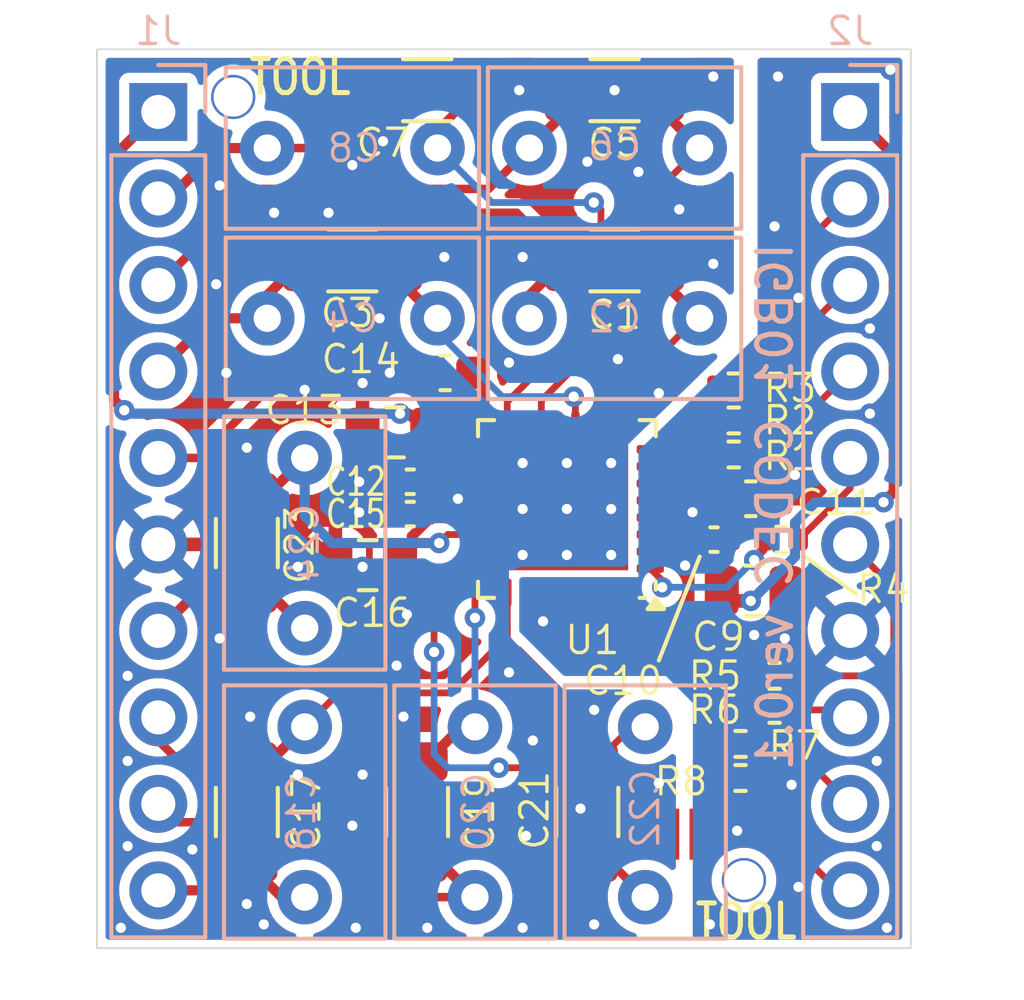
<source format=kicad_pcb>
(kicad_pcb (version 20241229) (generator "pcbnew") (generator_version "9.0")
  (layers (0 "F.Cu" signal) (2 "B.Cu" signal) (13 "F.Paste" user) (15 "B.Paste" user) (5 "F.SilkS" user "F.Silkscreen") (7 "B.SilkS" user "B.Silkscreen") (1 "F.Mask" user) (3 "B.Mask" user) (25 "Edge.Cuts" user))
  (net 0 "")
  (net 1 "GNDA")
  (net 2 "Net-(U1-IN4P)")
  (net 3 "Net-(U1-IN3P)")
  (net 4 "/IN2R")
  (net 5 "Net-(U1-IN2P)")
  (net 6 "/IN2L")
  (net 7 "Net-(U1-IN1P)")
  (net 9 "/IN1R")
  (net 12 "/IN1L")
  (net 14 "Net-(U1-AVDRV)")
  (net 15 "GND")
  (net 16 "+3.3V")
  (net 17 "/OUT2R")
  (net 18 "Net-(U1-AOUT2R)")
  (net 19 "/OUT2L")
  (net 20 "Net-(U1-AOUT2L)")
  (net 21 "Net-(U1-AOUT1R)")
  (net 22 "/OUT1R")
  (net 23 "/OUT1L")
  (net 24 "Net-(U1-AOUT1L)")
  (net 25 "Net-(U1-VREFH)")
  (net 26 "Net-(U1-VCOM)")
  (net 27 "+3.3VA")
  (net 28 "/MCLK")
  (net 29 "/LRCK")
  (net 30 "/BICK")
  (net 31 "/SDIN")
  (net 32 "/SDOUT")
  (net 33 "/SDA")
  (net 34 "/PDN")
  (net 35 "/SCL")
  (net 36 "Net-(U1-LRCK)")
  (net 37 "Net-(U1-BICK)")
  (net 38 "Net-(U1-MCLK)")
  (net 39 "Net-(U1-SDIN1)")
  (net 40 "Net-(U1-SDOUT1)")
  (net 41 "Net-(U1-SDA{slash}MISO)")
  (net 42 "Net-(U1-SCL{slash}SCLK)")
  (net 43 "Net-(U1-PDN)")
  (footprint "Capacitor_SMD:C_1206_3216Metric" (layer "F.Cu") (at 54.4 72.4 -90)
    (property "Reference" "C17" (at 0 -1.75 90) (layer "F.SilkS") (effects (font (size 0.8 0.8) (thickness 0.1))))
    (property "Value" "1u_SMD")
    (pad "1" smd roundrect (at -1.475 0 270) (size 1.15 1.8) (layers "F.Cu" "F.Mask" "F.Paste") (roundrect_rratio 0.217391) (net 18 "Net-(U1-AOUT2R)"))
    (pad "2" smd roundrect (at 1.475 0 270) (size 1.15 1.8) (layers "F.Cu" "F.Mask" "F.Paste") (roundrect_rratio 0.217391) (net 17 "/OUT2R"))
  )
  (footprint "Capacitor_SMD:C_1206_3216Metric" (layer "F.Cu") (at 59.7 51.2)
    (property "Reference" "C7" (at -1.3 1.55 0) (layer "F.SilkS") (effects (font (size 0.8 0.8) (thickness 0.1))))
    (property "Value" "1u_SMD")
    (pad "1" smd roundrect (at -1.475 0) (size 1.15 1.8) (layers "F.Cu" "F.Mask" "F.Paste") (roundrect_rratio 0.217391) (net 12 "/IN1L"))
    (pad "2" smd roundrect (at 1.475 0) (size 1.15 1.8) (layers "F.Cu" "F.Mask" "F.Paste") (roundrect_rratio 0.217391) (net 7 "Net-(U1-IN1P)"))
  )
  (footprint "Capacitor_SMD:C_0402_1005Metric" (layer "F.Cu") (at 68.12 64.4)
    (property "Reference" "C10" (at -2.67 4.15 180) (layer "F.SilkS") (effects (font (size 0.8 0.8) (thickness 0.1))))
    (property "Value" "100n")
    (pad "1" smd roundrect (at -0.48 0) (size 0.56 0.62) (layers "F.Cu" "F.Mask" "F.Paste") (net 16 "+3.3V"))
    (pad "2" smd roundrect (at 0.48 0) (size 0.56 0.62) (layers "F.Cu" "F.Mask" "F.Paste") (net 15 "GND"))
  )
  (footprint "Capacitor_SMD:C_0603_1608Metric" (layer "F.Cu") (at 60.225 59.5 180)
    (property "Reference" "C14" (at 2.475 0.4 0) (layer "F.SilkS") (effects (font (size 0.8 0.8) (thickness 0.1))))
    (property "Value" "2.2u")
    (pad "1" smd roundrect (at -0.775 0 180) (size 0.9 0.95) (layers "F.Cu" "F.Mask" "F.Paste") (net 26 "Net-(U1-VCOM)"))
    (pad "2" smd roundrect (at 0.775 0 180) (size 0.9 0.95) (layers "F.Cu" "F.Mask" "F.Paste") (net 1 "GNDA"))
  )
  (footprint "Capacitor_SMD:C_0805_2012Metric" (layer "F.Cu") (at 69.3 65.9)
    (property "Reference" "C9" (at -1.05 1.35 0) (layer "F.SilkS") (effects (font (size 0.8 0.8) (thickness 0.1))))
    (property "Value" "22u")
    (pad "1" smd roundrect (at -0.95 0) (size 1 1.45) (layers "F.Cu" "F.Mask" "F.Paste") (net 16 "+3.3V"))
    (pad "2" smd roundrect (at 0.95 0) (size 1 1.45) (layers "F.Cu" "F.Mask" "F.Paste") (net 15 "GND"))
  )
  (footprint "Capacitor_SMD:C_1206_3216Metric" (layer "F.Cu") (at 65.2 56.2)
    (property "Reference" "C1" (at 0 1.6 0) (layer "F.SilkS") (effects (font (size 0.8 0.8) (thickness 0.1))))
    (property "Value" "1u_SMD")
    (pad "1" smd roundrect (at -1.475 0) (size 1.15 1.8) (layers "F.Cu" "F.Mask" "F.Paste") (roundrect_rratio 0.217391) (net 4 "/IN2R"))
    (pad "2" smd roundrect (at 1.475 0) (size 1.15 1.8) (layers "F.Cu" "F.Mask" "F.Paste") (roundrect_rratio 0.217391) (net 2 "Net-(U1-IN4P)"))
  )
  (footprint "Capacitor_SMD:C_0603_1608Metric" (layer "F.Cu") (at 69.2 63.2)
    (property "Reference" "C11" (at 2.5 0.1 0) (layer "F.SilkS") (effects (font (size 0.7 0.8) (thickness 0.1))))
    (property "Value" "2.2u")
    (pad "1" smd roundrect (at -0.775 0) (size 0.9 0.95) (layers "F.Cu" "F.Mask" "F.Paste") (net 14 "Net-(U1-AVDRV)"))
    (pad "2" smd roundrect (at 0.775 0) (size 0.9 0.95) (layers "F.Cu" "F.Mask" "F.Paste") (net 15 "GND"))
  )
  (footprint "Resistor_SMD:R_0402_1005Metric" (layer "F.Cu") (at 68.9 71.4)
    (property "Reference" "R8" (at -1.75 0.1 0) (layer "F.SilkS") (effects (font (size 0.8 0.8) (thickness 0.1))))
    (property "Value" "22")
    (pad "1" smd roundrect (at -0.51 0) (size 0.54 0.64) (layers "F.Cu" "F.Mask" "F.Paste") (net 43 "Net-(U1-PDN)"))
    (pad "2" smd roundrect (at 0.51 0) (size 0.54 0.64) (layers "F.Cu" "F.Mask" "F.Paste") (net 34 "/PDN"))
  )
  (footprint "Capacitor_SMD:C_1206_3216Metric" (layer "F.Cu") (at 64.4 72.4 -90)
    (property "Reference" "C21" (at -0.05 1.55 90) (layer "F.SilkS") (effects (font (size 0.8 0.8) (thickness 0.1))))
    (property "Value" "1u_SMD")
    (pad "1" smd roundrect (at -1.475 0 270) (size 1.15 1.8) (layers "F.Cu" "F.Mask" "F.Paste") (roundrect_rratio 0.217391) (net 21 "Net-(U1-AOUT1R)"))
    (pad "2" smd roundrect (at 1.475 0 270) (size 1.15 1.8) (layers "F.Cu" "F.Mask" "F.Paste") (roundrect_rratio 0.217391) (net 22 "/OUT1R"))
  )
  (footprint "Capacitor_SMD:C_1206_3216Metric" (layer "F.Cu") (at 65.2 51.2)
    (property "Reference" "C5" (at 0 1.55 0) (layer "F.SilkS") (effects (font (size 0.8 0.8) (thickness 0.1))))
    (property "Value" "1u_SMD")
    (pad "1" smd roundrect (at -1.475 0) (size 1.15 1.8) (layers "F.Cu" "F.Mask" "F.Paste") (roundrect_rratio 0.217391) (net 9 "/IN1R"))
    (pad "2" smd roundrect (at 1.475 0) (size 1.15 1.8) (layers "F.Cu" "F.Mask" "F.Paste") (roundrect_rratio 0.217391) (net 5 "Net-(U1-IN2P)"))
  )
  (footprint "Capacitor_SMD:C_1206_3216Metric" (layer "F.Cu") (at 59.4 72.4 -90)
    (property "Reference" "C19" (at 0 -1.85 90) (layer "F.SilkS") (effects (font (size 0.8 0.8) (thickness 0.1))))
    (property "Value" "1u_SMD")
    (pad "1" smd roundrect (at -1.475 0 270) (size 1.15 1.8) (layers "F.Cu" "F.Mask" "F.Paste") (roundrect_rratio 0.217391) (net 20 "Net-(U1-AOUT2L)"))
    (pad "2" smd roundrect (at 1.475 0 270) (size 1.15 1.8) (layers "F.Cu" "F.Mask" "F.Paste") (roundrect_rratio 0.217391) (net 19 "/OUT2L"))
  )
  (footprint "Resistor_SMD:R_0402_1005Metric" (layer "F.Cu") (at 68.7 60.9 180)
    (property "Reference" "R2" (at -1.65 0 0) (layer "F.SilkS") (effects (font (size 0.8 0.8) (thickness 0.1))))
    (property "Value" "22")
    (pad "1" smd roundrect (at -0.51 0 180) (size 0.54 0.64) (layers "F.Cu" "F.Mask" "F.Paste") (net 30 "/BICK"))
    (pad "2" smd roundrect (at 0.51 0 180) (size 0.54 0.64) (layers "F.Cu" "F.Mask" "F.Paste") (net 37 "Net-(U1-BICK)"))
  )
  (footprint "kicadlib:JLC_TOOL_HOLE" (layer "F.Cu") (at 54 51.4)
    (property "Reference" "REF**" (hide yes))
    (property "Value" "JLC_TOOL_HOLE")
    (pad "" np_thru_hole circle (at 0 0) (size 1.3 1.3) (drill 1.152) (layers "*.Cu" "*.Mask"))
  )
  (footprint "Capacitor_SMD:C_1206_3216Metric" (layer "F.Cu") (at 57.5 56.2)
    (property "Reference" "C3" (at -0.15 1.55 0) (layer "F.SilkS") (effects (font (size 0.8 0.8) (thickness 0.1))))
    (property "Value" "1u_SMD")
    (pad "1" smd roundrect (at -1.475 0) (size 1.15 1.8) (layers "F.Cu" "F.Mask" "F.Paste") (roundrect_rratio 0.217391) (net 6 "/IN2L"))
    (pad "2" smd roundrect (at 1.475 0) (size 1.15 1.8) (layers "F.Cu" "F.Mask" "F.Paste") (roundrect_rratio 0.217391) (net 3 "Net-(U1-IN3P)"))
  )
  (footprint "Capacitor_SMD:C_0805_2012Metric" (layer "F.Cu") (at 58.75 61.25 180)
    (property "Reference" "C13" (at 2.65 0.65 0) (layer "F.SilkS") (effects (font (size 0.8 0.8) (thickness 0.1))))
    (property "Value" "22u")
    (pad "1" smd roundrect (at -0.95 0 180) (size 1 1.45) (layers "F.Cu" "F.Mask" "F.Paste") (net 27 "+3.3VA"))
    (pad "2" smd roundrect (at 0.95 0 180) (size 1 1.45) (layers "F.Cu" "F.Mask" "F.Paste") (net 1 "GNDA"))
  )
  (footprint "Resistor_SMD:R_0402_1005Metric" (layer "F.Cu") (at 69.9 69.4)
    (property "Reference" "R6" (at -1.75 0 0) (layer "F.SilkS") (effects (font (size 0.8 0.8) (thickness 0.1))))
    (property "Value" "22")
    (pad "1" smd roundrect (at -0.51 0) (size 0.54 0.64) (layers "F.Cu" "F.Mask" "F.Paste") (net 41 "Net-(U1-SDA{slash}MISO)"))
    (pad "2" smd roundrect (at 0.51 0) (size 0.54 0.64) (layers "F.Cu" "F.Mask" "F.Paste") (net 33 "/SDA"))
  )
  (footprint "Resistor_SMD:R_0402_1005Metric" (layer "F.Cu") (at 68.7 59.9 180)
    (property "Reference" "R3" (at -1.65 -0.05 0) (layer "F.SilkS") (effects (font (size 0.8 0.8) (thickness 0.1))))
    (property "Value" "22")
    (pad "1" smd roundrect (at -0.51 0 180) (size 0.54 0.64) (layers "F.Cu" "F.Mask" "F.Paste") (net 28 "/MCLK"))
    (pad "2" smd roundrect (at 0.51 0 180) (size 0.54 0.64) (layers "F.Cu" "F.Mask" "F.Paste") (net 38 "Net-(U1-MCLK)"))
  )
  (footprint "Capacitor_SMD:C_0805_2012Metric" (layer "F.Cu") (at 57.95 65.15 180)
    (property "Reference" "C16" (at -0.15 -1.4 0) (layer "F.SilkS") (effects (font (size 0.8 0.8) (thickness 0.1))))
    (property "Value" "22u")
    (pad "1" smd roundrect (at -0.95 0 180) (size 1 1.45) (layers "F.Cu" "F.Mask" "F.Paste") (net 25 "Net-(U1-VREFH)"))
    (pad "2" smd roundrect (at 0.95 0 180) (size 1 1.45) (layers "F.Cu" "F.Mask" "F.Paste") (net 1 "GNDA"))
  )
  (footprint "Capacitor_SMD:C_0402_1005Metric" (layer "F.Cu") (at 59.2 63.65 180)
    (property "Reference" "C15" (at 1.6 0 0) (layer "F.SilkS") (effects (font (size 0.8 0.6) (thickness 0.1))))
    (property "Value" "100n")
    (pad "1" smd roundrect (at -0.48 0 180) (size 0.56 0.62) (layers "F.Cu" "F.Mask" "F.Paste") (net 25 "Net-(U1-VREFH)"))
    (pad "2" smd roundrect (at 0.48 0 180) (size 0.56 0.62) (layers "F.Cu" "F.Mask" "F.Paste") (net 1 "GNDA"))
  )
  (footprint "kicadlib:JLC_TOOL_HOLE" (layer "F.Cu") (at 69 74.4)
    (property "Reference" "REF**" (hide yes))
    (property "Value" "JLC_TOOL_HOLE")
    (pad "" np_thru_hole circle (at 0 0) (size 1.3 1.3) (drill 1.152) (layers "*.Cu" "*.Mask"))
  )
  (footprint "Resistor_SMD:R_0402_1005Metric" (layer "F.Cu") (at 68.9 70.4)
    (property "Reference" "R7" (at 1.6 0.05 0) (layer "F.SilkS") (effects (font (size 0.8 0.8) (thickness 0.1))))
    (property "Value" "22")
    (pad "1" smd roundrect (at -0.51 0) (size 0.54 0.64) (layers "F.Cu" "F.Mask" "F.Paste") (net 42 "Net-(U1-SCL{slash}SCLK)"))
    (pad "2" smd roundrect (at 0.51 0) (size 0.54 0.64) (layers "F.Cu" "F.Mask" "F.Paste") (net 35 "/SCL"))
  )
  (footprint "Capacitor_SMD:C_0402_1005Metric" (layer "F.Cu") (at 59.2 62.7 180)
    (property "Reference" "C12" (at 1.6 0 0) (layer "F.SilkS") (effects (font (size 0.8 0.6) (thickness 0.1))))
    (property "Value" "100n")
    (pad "1" smd roundrect (at -0.48 0 180) (size 0.56 0.62) (layers "F.Cu" "F.Mask" "F.Paste") (net 27 "+3.3VA"))
    (pad "2" smd roundrect (at 0.48 0 180) (size 0.56 0.62) (layers "F.Cu" "F.Mask" "F.Paste") (net 1 "GNDA"))
  )
  (footprint "Resistor_SMD:R_0402_1005Metric" (layer "F.Cu") (at 70.1 64.4 180)
    (property "Reference" "R4" (at -3 -1.45 180) (layer "F.SilkS") (effects (font (size 0.8 0.8) (thickness 0.1))))
    (property "Value" "22")
    (pad "1" smd roundrect (at -0.51 0 180) (size 0.54 0.64) (layers "F.Cu" "F.Mask" "F.Paste") (net 31 "/SDIN"))
    (pad "2" smd roundrect (at 0.51 0 180) (size 0.54 0.64) (layers "F.Cu" "F.Mask" "F.Paste") (net 39 "Net-(U1-SDIN1)"))
  )
  (footprint "Package_DFN_QFN:QFN-32-1EP_5x5mm_P0.5mm_EP3.6x3.6mm" (layer "F.Cu") (at 63.8 63.5 180)
    (property "Reference" "U1" (at -0.75 -3.85 0) (layer "F.SilkS") (effects (font (size 0.8 0.8) (thickness 0.1))))
    (property "Value" "AK4619")
    (pad "1" smd roundrect (at -2.45 -1.75 180) (size 0.8 0.25) (layers "F.Cu" "F.Mask" "F.Paste") (net 39 "Net-(U1-SDIN1)"))
    (pad "2" smd roundrect (at -2.45 -1.25 180) (size 0.8 0.25) (layers "F.Cu" "F.Mask" "F.Paste") (net 15 "GND"))
    (pad "3" smd roundrect (at -2.45 -0.75 180) (size 0.8 0.25) (layers "F.Cu" "F.Mask" "F.Paste") (net 16 "+3.3V"))
    (pad "4" smd roundrect (at -2.45 -0.25 180) (size 0.8 0.25) (layers "F.Cu" "F.Mask" "F.Paste") (net 15 "GND"))
    (pad "5" smd roundrect (at -2.45 0.25 180) (size 0.8 0.25) (layers "F.Cu" "F.Mask" "F.Paste") (net 14 "Net-(U1-AVDRV)"))
    (pad "6" smd roundrect (at -2.45 0.75 180) (size 0.8 0.25) (layers "F.Cu" "F.Mask" "F.Paste") (net 36 "Net-(U1-LRCK)"))
    (pad "7" smd roundrect (at -2.45 1.25 180) (size 0.8 0.25) (layers "F.Cu" "F.Mask" "F.Paste") (net 37 "Net-(U1-BICK)"))
    (pad "8" smd roundrect (at -2.45 1.75 180) (size 0.8 0.25) (layers "F.Cu" "F.Mask" "F.Paste") (net 38 "Net-(U1-MCLK)"))
    (pad "9" smd roundrect (at -1.75 2.45 180) (size 0.25 0.8) (layers "F.Cu" "F.Mask" "F.Paste"))
    (pad "10" smd roundrect (at -1.25 2.45 180) (size 0.25 0.8) (layers "F.Cu" "F.Mask" "F.Paste") (net 2 "Net-(U1-IN4P)"))
    (pad "11" smd roundrect (at -0.75 2.45 180) (size 0.25 0.8) (layers "F.Cu" "F.Mask" "F.Paste"))
    (pad "12" smd roundrect (at -0.25 2.45 180) (size 0.25 0.8) (layers "F.Cu" "F.Mask" "F.Paste") (net 3 "Net-(U1-IN3P)"))
    (pad "13" smd roundrect (at 0.25 2.45 180) (size 0.25 0.8) (layers "F.Cu" "F.Mask" "F.Paste"))
    (pad "14" smd roundrect (at 0.75 2.45 180) (size 0.25 0.8) (layers "F.Cu" "F.Mask" "F.Paste") (net 5 "Net-(U1-IN2P)"))
    (pad "15" smd roundrect (at 1.25 2.45 180) (size 0.25 0.8) (layers "F.Cu" "F.Mask" "F.Paste"))
    (pad "16" smd roundrect (at 1.75 2.45 180) (size 0.25 0.8) (layers "F.Cu" "F.Mask" "F.Paste") (net 7 "Net-(U1-IN1P)"))
    (pad "17" smd roundrect (at 2.45 1.75 180) (size 0.8 0.25) (layers "F.Cu" "F.Mask" "F.Paste") (net 26 "Net-(U1-VCOM)"))
    (pad "18" smd roundrect (at 2.45 1.25 180) (size 0.8 0.25) (layers "F.Cu" "F.Mask" "F.Paste") (net 27 "+3.3VA"))
    (pad "19" smd roundrect (at 2.45 0.75 180) (size 0.8 0.25) (layers "F.Cu" "F.Mask" "F.Paste") (net 1 "GNDA"))
    (pad "20" smd roundrect (at 2.45 0.25 180) (size 0.8 0.25) (layers "F.Cu" "F.Mask" "F.Paste") (net 1 "GNDA"))
    (pad "21" smd roundrect (at 2.45 -0.25 180) (size 0.8 0.25) (layers "F.Cu" "F.Mask" "F.Paste") (net 25 "Net-(U1-VREFH)"))
    (pad "22" smd roundrect (at 2.45 -0.75 180) (size 0.8 0.25) (layers "F.Cu" "F.Mask" "F.Paste") (net 24 "Net-(U1-AOUT1L)"))
    (pad "23" smd roundrect (at 2.45 -1.25 180) (size 0.8 0.25) (layers "F.Cu" "F.Mask" "F.Paste") (net 21 "Net-(U1-AOUT1R)"))
    (pad "24" smd roundrect (at 2.45 -1.75 180) (size 0.8 0.25) (layers "F.Cu" "F.Mask" "F.Paste") (net 20 "Net-(U1-AOUT2L)"))
    (pad "25" smd roundrect (at 1.75 -2.45 180) (size 0.25 0.8) (layers "F.Cu" "F.Mask" "F.Paste") (net 18 "Net-(U1-AOUT2R)"))
    (pad "26" smd roundrect (at 1.25 -2.45 180) (size 0.25 0.8) (layers "F.Cu" "F.Mask" "F.Paste") (net 43 "Net-(U1-PDN)"))
    (pad "27" smd roundrect (at 0.75 -2.45 180) (size 0.25 0.8) (layers "F.Cu" "F.Mask" "F.Paste") (net 15 "GND"))
    (pad "28" smd roundrect (at 0.25 -2.45 180) (size 0.25 0.8) (layers "F.Cu" "F.Mask" "F.Paste") (net 42 "Net-(U1-SCL{slash}SCLK)"))
    (pad "29" smd roundrect (at -0.25 -2.45 180) (size 0.25 0.8) (layers "F.Cu" "F.Mask" "F.Paste"))
    (pad "30" smd roundrect (at -0.75 -2.45 180) (size 0.25 0.8) (layers "F.Cu" "F.Mask" "F.Paste") (net 41 "Net-(U1-SDA{slash}MISO)"))
    (pad "31" smd roundrect (at -1.25 -2.45 180) (size 0.25 0.8) (layers "F.Cu" "F.Mask" "F.Paste") (net 40 "Net-(U1-SDOUT1)"))
    (pad "32" smd roundrect (at -1.75 -2.45 180) (size 0.25 0.8) (layers "F.Cu" "F.Mask" "F.Paste"))
    (pad "33" smd rect (at 0 0 180) (size 3.6 3.6) (property pad_prop_heatsink) (layers "F.Cu" "F.Mask") (net 1 "GNDA"))
  )
  (footprint "Resistor_SMD:R_0402_1005Metric" (layer "F.Cu") (at 68.7 61.9 180)
    (property "Reference" "R1" (at -1.65 -0.05 0) (layer "F.SilkS") (effects (font (size 0.8 0.8) (thickness 0.1))))
    (property "Value" "22")
    (pad "1" smd roundrect (at -0.51 0 180) (size 0.54 0.64) (layers "F.Cu" "F.Mask" "F.Paste") (net 29 "/LRCK"))
    (pad "2" smd roundrect (at 0.51 0 180) (size 0.54 0.64) (layers "F.Cu" "F.Mask" "F.Paste") (net 36 "Net-(U1-LRCK)"))
  )
  (footprint "Resistor_SMD:R_0402_1005Metric" (layer "F.Cu") (at 69.9 68.4)
    (property "Reference" "R5" (at -1.75 0 0) (layer "F.SilkS") (effects (font (size 0.8 0.8) (thickness 0.1))))
    (property "Value" "22")
    (pad "1" smd roundrect (at -0.51 0) (size 0.54 0.64) (layers "F.Cu" "F.Mask" "F.Paste") (net 40 "Net-(U1-SDOUT1)"))
    (pad "2" smd roundrect (at 0.51 0) (size 0.54 0.64) (layers "F.Cu" "F.Mask" "F.Paste") (net 32 "/SDOUT"))
  )
  (footprint "Jumper:SolderJumper-2_P1.3mm_Open_RoundedPad1.0x1.5mm" (layer "F.Cu") (at 67.25 73.05)
    (property "Reference" "JP1" (hide yes))
    (property "Value" "Jumper_2_Open")
    (pad "1" smd custom (at -0.65 0) (size 1 0.5) (layers "F.Cu" "F.Mask") (net 1 "GNDA") (options (clearance outline) (anchor rect)) (primitives (gr_circle (center 0 0.25) (end 0.5 0.25) (width 0) (fill yes)) (gr_circle (center 0 -0.25) (end 0.5 -0.25) (width 0) (fill yes)) (gr_poly (pts (xy 0.5 0.75) (xy 0 0.75) (xy 0 -0.75) (xy 0.5 -0.75)) (width 0) (fill yes))))
    (pad "2" smd custom (at 0.65 0) (size 1 0.5) (layers "F.Cu" "F.Mask") (net 15 "GND") (options (clearance outline) (anchor rect)) (primitives (gr_circle (center 0 0.25) (end 0.5 0.25) (width 0) (fill yes)) (gr_circle (center 0 -0.25) (end 0.5 -0.25) (width 0) (fill yes)) (gr_poly (pts (xy 0 0.75) (xy -0.5 0.75) (xy -0.5 -0.75) (xy 0 -0.75)) (width 0) (fill yes))))
  )
  (footprint "Capacitor_SMD:C_1206_3216Metric" (layer "F.Cu") (at 54.4 64.5 -90)
    (property "Reference" "C23" (at 0.05 -1.55 90) (layer "F.SilkS") (effects (font (size 0.8 0.8) (thickness 0.1))))
    (property "Value" "1u_SMD")
    (pad "1" smd roundrect (at -1.475 0 270) (size 1.15 1.8) (layers "F.Cu" "F.Mask" "F.Paste") (roundrect_rratio 0.217391) (net 24 "Net-(U1-AOUT1L)"))
    (pad "2" smd roundrect (at 1.475 0 270) (size 1.15 1.8) (layers "F.Cu" "F.Mask" "F.Paste") (roundrect_rratio 0.217391) (net 23 "/OUT1L"))
  )
  (footprint "Capacitor_THT:C_Rect_L7.2mm_W4.5mm_P5.00mm_FKS2_FKP2_MKS2_MKP2" (layer "B.Cu") (at 61.1 69.9 -90)
    (property "Reference" "C20" (at 2.5 -0.05 90) (layer "B.SilkS") (effects (font (size 0.8 0.8) (thickness 0.1)) (justify mirror)))
    (property "Value" "1u_DIP")
    (pad "1" thru_hole circle (at 0 0 270) (size 1.6 1.6) (drill 0.8) (layers "*.Cu" "*.Mask") (net 20 "Net-(U1-AOUT2L)"))
    (pad "2" thru_hole circle (at 5 0 270) (size 1.6 1.6) (drill 0.8) (layers "*.Cu" "*.Mask") (net 19 "/OUT2L"))
  )
  (footprint "Capacitor_THT:C_Rect_L7.2mm_W4.5mm_P5.00mm_FKS2_FKP2_MKS2_MKP2" (layer "B.Cu") (at 55 57.9)
    (property "Reference" "C4" (at 2.5 0 180) (layer "B.SilkS") (effects (font (size 0.8 0.8) (thickness 0.1)) (justify mirror)))
    (property "Value" "1u_DIP")
    (pad "1" thru_hole circle (at 0 0) (size 1.6 1.6) (drill 0.8) (layers "*.Cu" "*.Mask") (net 6 "/IN2L"))
    (pad "2" thru_hole circle (at 5 0) (size 1.6 1.6) (drill 0.8) (layers "*.Cu" "*.Mask") (net 3 "Net-(U1-IN3P)"))
  )
  (footprint "Capacitor_THT:C_Rect_L7.2mm_W4.5mm_P5.00mm_FKS2_FKP2_MKS2_MKP2" (layer "B.Cu") (at 62.7 52.9)
    (property "Reference" "C6" (at 2.5 -0.05 180) (layer "B.SilkS") (effects (font (size 0.8 0.8) (thickness 0.1)) (justify mirror)))
    (property "Value" "1u_DIP")
    (pad "1" thru_hole circle (at 0 0) (size 1.6 1.6) (drill 0.8) (layers "*.Cu" "*.Mask") (net 9 "/IN1R"))
    (pad "2" thru_hole circle (at 5 0) (size 1.6 1.6) (drill 0.8) (layers "*.Cu" "*.Mask") (net 5 "Net-(U1-IN2P)"))
  )
  (footprint "Capacitor_THT:C_Rect_L7.2mm_W4.5mm_P5.00mm_FKS2_FKP2_MKS2_MKP2" (layer "B.Cu") (at 55 52.9)
    (property "Reference" "C8" (at 2.55 0 0) (layer "B.SilkS") (effects (font (size 0.8 0.8) (thickness 0.1)) (justify mirror)))
    (property "Value" "1u_DIP")
    (pad "1" thru_hole circle (at 0 0) (size 1.6 1.6) (drill 0.8) (layers "*.Cu" "*.Mask") (net 12 "/IN1L"))
    (pad "2" thru_hole circle (at 5 0) (size 1.6 1.6) (drill 0.8) (layers "*.Cu" "*.Mask") (net 7 "Net-(U1-IN1P)"))
  )
  (footprint "Capacitor_THT:C_Rect_L7.2mm_W4.5mm_P5.00mm_FKS2_FKP2_MKS2_MKP2" (layer "B.Cu") (at 62.7 57.9)
    (property "Reference" "C2" (at 2.5 0 180) (layer "B.SilkS") (effects (font (size 0.8 0.8) (thickness 0.1)) (justify mirror)))
    (property "Value" "1u_DIP")
    (pad "1" thru_hole circle (at 0 0) (size 1.6 1.6) (drill 0.8) (layers "*.Cu" "*.Mask") (net 4 "/IN2R"))
    (pad "2" thru_hole circle (at 5 0) (size 1.6 1.6) (drill 0.8) (layers "*.Cu" "*.Mask") (net 2 "Net-(U1-IN4P)"))
  )
  (footprint "Connector_PinHeader_2.54mm:PinHeader_1x10_P2.54mm_Vertical" (layer "B.Cu") (at 51.8 51.84 180)
    (property "Reference" "J1" (at 0 2.38 0) (layer "B.SilkS") (effects (font (size 0.8 0.8) (thickness 0.1)) (justify mirror)))
    (property "Value" "CODEC_LEFT")
    (pad "1" thru_hole rect (at 0 0 180) (size 1.7 1.7) (drill 1) (layers "*.Cu" "*.Mask") (net 27 "+3.3VA"))
    (pad "2" thru_hole circle (at 0 -2.54 180) (size 1.7 1.7) (drill 1) (layers "*.Cu" "*.Mask") (net 12 "/IN1L"))
    (pad "3" thru_hole circle (at 0 -5.08 180) (size 1.7 1.7) (drill 1) (layers "*.Cu" "*.Mask") (net 9 "/IN1R"))
    (pad "4" thru_hole circle (at 0 -7.62 180) (size 1.7 1.7) (drill 1) (layers "*.Cu" "*.Mask") (net 6 "/IN2L"))
    (pad "5" thru_hole circle (at 0 -10.16 180) (size 1.7 1.7) (drill 1) (layers "*.Cu" "*.Mask") (net 4 "/IN2R"))
    (pad "6" thru_hole circle (at 0 -12.7 180) (size 1.7 1.7) (drill 1) (layers "*.Cu" "*.Mask") (net 1 "GNDA"))
    (pad "7" thru_hole circle (at 0 -15.24 180) (size 1.7 1.7) (drill 1) (layers "*.Cu" "*.Mask") (net 23 "/OUT1L"))
    (pad "8" thru_hole circle (at 0 -17.78 180) (size 1.7 1.7) (drill 1) (layers "*.Cu" "*.Mask") (net 22 "/OUT1R"))
    (pad "9" thru_hole circle (at 0 -20.32 180) (size 1.7 1.7) (drill 1) (layers "*.Cu" "*.Mask") (net 19 "/OUT2L"))
    (pad "10" thru_hole circle (at 0 -22.86 180) (size 1.7 1.7) (drill 1) (layers "*.Cu" "*.Mask") (net 17 "/OUT2R"))
  )
  (footprint "Capacitor_THT:C_Rect_L7.2mm_W4.5mm_P5.00mm_FKS2_FKP2_MKS2_MKP2" (layer "B.Cu") (at 56.1 69.9 -90)
    (property "Reference" "C18" (at 2.507936 0.1 90) (layer "B.SilkS") (effects (font (size 0.8 0.8) (thickness 0.1)) (justify mirror)))
    (property "Value" "1u_DIP")
    (pad "1" thru_hole circle (at 0 0 270) (size 1.6 1.6) (drill 0.8) (layers "*.Cu" "*.Mask") (net 18 "Net-(U1-AOUT2R)"))
    (pad "2" thru_hole circle (at 5 0 270) (size 1.6 1.6) (drill 0.8) (layers "*.Cu" "*.Mask") (net 17 "/OUT2R"))
  )
  (footprint "Connector_PinHeader_2.54mm:PinHeader_1x10_P2.54mm_Vertical" (layer "B.Cu") (at 72.12 51.84 180)
    (property "Reference" "J2" (at 0 2.38 0) (layer "B.SilkS") (effects (font (size 0.8 0.8) (thickness 0.1)) (justify mirror)))
    (property "Value" "CODEC_RIGHT")
    (pad "1" thru_hole rect (at 0 0 180) (size 1.7 1.7) (drill 1) (layers "*.Cu" "*.Mask") (net 16 "+3.3V"))
    (pad "2" thru_hole circle (at 0 -2.54 180) (size 1.7 1.7) (drill 1) (layers "*.Cu" "*.Mask") (net 28 "/MCLK"))
    (pad "3" thru_hole circle (at 0 -5.08 180) (size 1.7 1.7) (drill 1) (layers "*.Cu" "*.Mask") (net 30 "/BICK"))
    (pad "4" thru_hole circle (at 0 -7.62 180) (size 1.7 1.7) (drill 1) (layers "*.Cu" "*.Mask") (net 29 "/LRCK"))
    (pad "5" thru_hole circle (at 0 -10.16 180) (size 1.7 1.7) (drill 1) (layers "*.Cu" "*.Mask") (net 31 "/SDIN"))
    (pad "6" thru_hole circle (at 0 -12.7 180) (size 1.7 1.7) (drill 1) (layers "*.Cu" "*.Mask") (net 32 "/SDOUT"))
    (pad "7" thru_hole circle (at 0 -15.24 180) (size 1.7 1.7) (drill 1) (layers "*.Cu" "*.Mask") (net 15 "GND"))
    (pad "8" thru_hole circle (at 0 -17.78 180) (size 1.7 1.7) (drill 1) (layers "*.Cu" "*.Mask") (net 33 "/SDA"))
    (pad "9" thru_hole circle (at 0 -20.32 180) (size 1.7 1.7) (drill 1) (layers "*.Cu" "*.Mask") (net 35 "/SCL"))
    (pad "10" thru_hole circle (at 0 -22.86 180) (size 1.7 1.7) (drill 1) (layers "*.Cu" "*.Mask") (net 34 "/PDN"))
  )
  (footprint "Capacitor_THT:C_Rect_L7.2mm_W4.5mm_P5.00mm_FKS2_FKP2_MKS2_MKP2" (layer "B.Cu") (at 56.1 62 -90)
    (property "Reference" "C24" (at 2.5 0 90) (layer "B.SilkS") (effects (font (size 0.8 0.8) (thickness 0.1)) (justify mirror)))
    (property "Value" "1u_DIP")
    (pad "1" thru_hole circle (at 0 0 270) (size 1.6 1.6) (drill 0.8) (layers "*.Cu" "*.Mask") (net 24 "Net-(U1-AOUT1L)"))
    (pad "2" thru_hole circle (at 5 0 270) (size 1.6 1.6) (drill 0.8) (layers "*.Cu" "*.Mask") (net 23 "/OUT1L"))
  )
  (footprint "Capacitor_THT:C_Rect_L7.2mm_W4.5mm_P5.00mm_FKS2_FKP2_MKS2_MKP2" (layer "B.Cu") (at 66.1 69.9 -90)
    (property "Reference" "C22" (at 2.4 0 90) (layer "B.SilkS") (effects (font (size 0.8 0.8) (thickness 0.1)) (justify mirror)))
    (property "Value" "1u_DIP")
    (pad "1" thru_hole circle (at 0 0 270) (size 1.6 1.6) (drill 0.8) (layers "*.Cu" "*.Mask") (net 21 "Net-(U1-AOUT1R)"))
    (pad "2" thru_hole circle (at 5 0 270) (size 1.6 1.6) (drill 0.8) (layers "*.Cu" "*.Mask") (net 22 "/OUT1R"))
  )
  (gr_line (start 66.5 67.95) (end 67.7 64.9) (stroke (width 0.12)) (layer "F.SilkS"))
  (gr_line (start 72.3 66) (end 70.8 64.9) (stroke (width 0.12)) (layer "F.SilkS"))
  (gr_rect (start 50 50) (end 73.9 76.4) (stroke (width 0.05)) (fill no) (layer "Edge.Cuts"))
  (gr_text "TOOL" (at 67.5 76.2 0) (layer "F.SilkS") (effects (font (size 1 0.8)) (justify left bottom)))
  (gr_text "TOOL" (at 54.4 51.4 0) (layer "F.SilkS") (effects (font (size 1 0.8)) (justify left bottom)))
  (gr_text "IGB01 CODEC ver0.1" (at 70.5 55.6 90) (layer "B.SilkS") (effects (font (size 1 1)) (justify left bottom mirror)))
  (segment (start 60.65 63.25) (end 60.6 63.2) (width 0.2) (layer "F.Cu") (net 1))
  (segment (start 60.6 62.9) (end 60.6 63.2) (width 0.2) (layer "F.Cu") (net 1))
  (segment (start 61.35 62.75) (end 60.75 62.75) (width 0.2) (layer "F.Cu") (net 1))
  (segment (start 51.8 64.54) (end 56.39 64.54) (width 0.4) (layer "F.Cu") (net 1))
  (segment (start 56.39 64.54) (end 57 65.15) (width 0.4) (layer "F.Cu") (net 1))
  (segment (start 61.35 63.25) (end 60.65 63.25) (width 0.2) (layer "F.Cu") (net 1))
  (segment (start 59.45 59.5) (end 58.6 59.5) (width 0.3) (layer "F.Cu") (net 1))
  (segment (start 60.75 62.75) (end 60.6 62.9) (width 0.2) (layer "F.Cu") (net 1))
  (via (at 57.7 63.6) (size 0.6) (drill 0.3) (layers "F.Cu" "B.Cu") (net 1))
  (via (at 55.9 71.3) (size 0.6) (drill 0.3) (layers "F.Cu" "B.Cu") (net 1))
  (via (at 59 69.6) (size 0.6) (drill 0.3) (layers "F.Cu" "B.Cu") (net 1))
  (via (at 65.3 59.1) (size 0.6) (drill 0.3) (layers "F.Cu" "B.Cu") (net 1))
  (via (at 60.6 63.2) (size 0.6) (drill 0.3) (layers "F.Cu" "B.Cu") (net 1))
  (via (at 65.1 62.15) (size 0.6) (drill 0.3) (layers "F.Cu" "B.Cu") (net 1))
  (via (at 62.4 51.2) (size 0.6) (drill 0.3) (layers "F.Cu" "B.Cu") (net 1))
  (via (at 62.6 73.1) (size 0.6) (drill 0.3) (layers "F.Cu" "B.Cu") (net 1))
  (via (at 64.2 72.3) (size 0.6) (drill 0.3) (layers "F.Cu" "B.Cu") (net 1))
  (via (at 58.4 52.7) (size 0.6) (drill 0.3) (layers "F.Cu" "B.Cu") (net 1))
  (via (at 57.7 62.7) (size 0.6) (drill 0.3) (layers "F.Cu" "B.Cu") (net 1))
  (via (at 57.8 59.8) (size 0.6) (drill 0.3) (layers "F.Cu" "B.Cu") (net 1))
  (via (at 56.1 60) (size 0.6) (drill 0.3) (layers "F.Cu" "B.Cu") (net 1))
  (via (at 50.7 75.8) (size 0.6) (drill 0.3) (layers "F.Cu" "B.Cu") (net 1))
  (via (at 57.5 72.8) (size 0.6) (drill 0.3) (layers "F.Cu" "B.Cu") (net 1))
  (via (at 59.7 75.8) (size 0.6) (drill 0.3) (layers "F.Cu" "B.Cu") (net 1))
  (via (at 65.2 51.2) (size 0.6) (drill 0.3) (layers "F.Cu" "B.Cu") (net 1))
  (via (at 62.1 68.3) (size 0.6) (drill 0.3) (layers "F.Cu" "B.Cu") (net 1))
  (via (at 67.1 54.7) (size 0.6) (drill 0.3) (layers "F.Cu" "B.Cu") (net 1))
  (via (at 64.6 69.4) (size 0.6) (drill 0.3) (layers "F.Cu" "B.Cu") (net 1))
  (via (at 64.6 75.7) (size 0.6) (drill 0.3) (layers "F.Cu" "B.Cu") (net 1))
  (via (at 57.8 71.3) (size 0.6) (drill 0.3) (layers "F.Cu" "B.Cu") (net 1))
  (via (at 62.8 70.3) (size 0.6) (drill 0.3) (layers "F.Cu" "B.Cu") (net 1))
  (via (at 68.1 56.3) (size 0.6) (drill 0.3) (layers "F.Cu" "B.Cu") (net 1))
  (via (at 60.2 56.1) (size 0.6) (drill 0.3) (layers "F.Cu" "B.Cu") (net 1))
  (via (at 53.8 59.5) (size 0.6) (drill 0.3) (layers "F.Cu" "B.Cu") (net 1))
  (via (at 63.8 63.5) (size 0.6) (drill 0.3) (layers "F.Cu" "B.Cu") (net 1))
  (via (at 54.4 61.7) (size 0.6) (drill 0.3) (layers "F.Cu" "B.Cu") (net 1))
  (via (at 52.8 73.5) (size 0.6) (drill 0.3) (layers "F.Cu" "B.Cu") (net 1))
  (via (at 54.5 69.6) (size 0.6) (drill 0.3) (layers "F.Cu" "B.Cu") (net 1))
  (via (at 54.4 75.1) (size 0.6) (drill 0.3) (layers "F.Cu" "B.Cu") (net 1))
  (via (at 63.8 64.85) (size 0.6) (drill 0.3) (layers "F.Cu" "B.Cu") (net 1))
  (via (at 53.5 56.9) (size 0.6) (drill 0.3) (layers "F.Cu" "B.Cu") (net 1))
  (via (at 50.9 70.9) (size 0.6) (drill 0.3) (layers "F.Cu" "B.Cu") (net 1))
  (via (at 66.5 60.1) (size 0.6) (drill 0.3) (layers "F.Cu" "B.Cu") (net 1))
  (via (at 65.1 64.85) (size 0.6) (drill 0.3) (layers "F.Cu" "B.Cu") (net 1))
  (via (at 63.8 62.15) (size 0.6) (drill 0.3) (layers "F.Cu" "B.Cu") (net 1))
  (via (at 55.9 65.2) (size 0.6) (drill 0.3) (layers "F.Cu" "B.Cu") (net 1))
  (via (at 62.1 59.2) (size 0.6) (drill 0.3) (layers "F.Cu" "B.Cu") (net 1))
  (via (at 59.1 66.6) (size 0.6) (drill 0.3) (layers "F.Cu" "B.Cu") (net 1))
  (via (at 54.9 75.7) (size 0.6) (drill 0.3) (layers "F.Cu" "B.Cu") (net 1))
  (via (at 57.5 53.4) (size 0.6) (drill 0.3) (layers "F.Cu" "B.Cu") (net 1))
  (via (at 55.2 54.8) (size 0.6) (drill 0.3) (layers "F.Cu" "B.Cu") (net 1))
  (via (at 62.5 63.5) (size 0.6) (drill 0.3) (layers "F.Cu" "B.Cu") (net 1))
  (via (at 66.5 71.55) (size 0.6) (drill 0.3) (layers "F.Cu" "B.Cu") (net 1))
  (via (at 53.6 54) (size 0.6) (drill 0.3) (layers "F.Cu" "B.Cu") (net 1))
  (via (at 58.6 59.5) (size 0.6) (drill 0.3) (layers "F.Cu" "B.Cu") (net 1))
  (via (at 50.9 68.4) (size 0.6) (drill 0.3) (layers "F.Cu" "B.Cu") (net 1))
  (via (at 57.8 65.2) (size 0.6) (drill 0.3) (layers "F.Cu" "B.Cu") (net 1))
  (via (at 53.6 67.3) (size 0.6) (drill 0.3) (layers "F.Cu" "B.Cu") (net 1))
  (via (at 62.5 64.85) (size 0.6) (drill 0.3) (layers "F.Cu" "B.Cu") (net 1))
  (via (at 58.8 68.1) (size 0.6) (drill 0.3) (layers "F.Cu" "B.Cu") (net 1))
  (via (at 62.5 62.15) (size 0.6) (drill 0.3) (layers "F.Cu" "B.Cu") (net 1))
  (via (at 50.9 73.4) (size 0.6) (drill 0.3) (layers "F.Cu" "B.Cu") (net 1))
  (via (at 57.6 75.8) (size 0.6) (drill 0.3) (layers "F.Cu" "B.Cu") (net 1))
  (via (at 56.8 54.8) (size 0.6) (drill 0.3) (layers "F.Cu" "B.Cu") (net 1))
  (via (at 65.9 53.6) (size 0.6) (drill 0.3) (layers "F.Cu" "B.Cu") (net 1))
  (via (at 68.1 50.8) (size 0.6) (drill 0.3) (layers "F.Cu" "B.Cu") (net 1))
  (via (at 58.3 57.9) (size 0.6) (drill 0.3) (layers "F.Cu" "B.Cu") (net 1))
  (via (at 65.1 63.5) (size 0.6) (drill 0.3) (layers "F.Cu" "B.Cu") (net 1))
  (via (at 62.5 75.8) (size 0.6) (drill 0.3) (layers "F.Cu" "B.Cu") (net 1))
  (via (at 62.5 56.1) (size 0.6) (drill 0.3) (layers "F.Cu" "B.Cu") (net 1))
  (via (at 64.4 53.3) (size 0.6) (drill 0.3) (layers "F.Cu" "B.Cu") (net 1))
  (segment (start 66.675 56.875) (end 67.7 57.9) (width 0.3) (layer "F.Cu") (net 2))
  (segment (start 65.05 60.45) (end 65.05 61.05) (width 0.2) (layer "F.Cu") (net 2))
  (segment (start 67.6 57.9) (end 65.05 60.45) (width 0.2) (layer "F.Cu") (net 2))
  (segment (start 64.05 61.05) (end 64.05 60.25) (width 0.2) (layer "F.Cu") (net 3))
  (segment (start 58.975 56.875) (end 60 57.9) (width 0.3) (layer "F.Cu") (net 3))
  (segment (start 64.05 60.25) (end 64 60.2) (width 0.2) (layer "F.Cu") (net 3))
  (via (at 64 60.2) (size 0.6) (drill 0.3) (layers "F.Cu" "B.Cu") (net 3))
  (segment (start 64 60.2) (end 61.9 60.2) (width 0.2) (layer "B.Cu") (net 3))
  (segment (start 61.9 60.2) (end 60 58.3) (width 0.2) (layer "B.Cu") (net 3))
  (segment (start 51.8 62) (end 53 62) (width 0.25) (layer "F.Cu") (net 4))
  (segment (start 62.7 57.225) (end 63.725 56.2) (width 0.3) (layer "F.Cu") (net 4))
  (segment (start 57.5 57.5) (end 57.5 55.2) (width 0.25) (layer "F.Cu") (net 4))
  (segment (start 62.7 57.9) (end 62.7 57.225) (width 0.3) (layer "F.Cu") (net 4))
  (segment (start 57.5 55.2) (end 57.9 54.8) (width 0.25) (layer "F.Cu") (net 4))
  (segment (start 57.9 54.8) (end 62.325 54.8) (width 0.25) (layer "F.Cu") (net 4))
  (segment (start 62.325 54.8) (end 63.725 56.2) (width 0.25) (layer "F.Cu") (net 4))
  (segment (start 53 62) (end 57.5 57.5) (width 0.25) (layer "F.Cu") (net 4))
  (segment (start 63.05 60.314199) (end 65.5 57.864199) (width 0.2) (layer "F.Cu") (net 5))
  (segment (start 65.5 55.1) (end 67.7 52.9) (width 0.2) (layer "F.Cu") (net 5))
  (segment (start 63.05 61.05) (end 63.05 60.314199) (width 0.2) (layer "F.Cu") (net 5))
  (segment (start 65.5 57.864199) (end 65.5 55.1) (width 0.2) (layer "F.Cu") (net 5))
  (segment (start 66.675 51.875) (end 67.7 52.9) (width 0.3) (layer "F.Cu") (net 5))
  (segment (start 51.8 59.46) (end 53.36 57.9) (width 0.3) (layer "F.Cu") (net 6))
  (segment (start 53.36 57.9) (end 55 57.9) (width 0.3) (layer "F.Cu") (net 6))
  (segment (start 55 57.225) (end 56.025 56.2) (width 0.3) (layer "F.Cu") (net 6))
  (segment (start 55 57.9) (end 55 57.225) (width 0.3) (layer "F.Cu") (net 6))
  (segment (start 64.8 54.709) (end 64.8 57.6) (width 0.2) (layer "F.Cu") (net 7))
  (segment (start 62.05 60.35) (end 62.05 61.05) (width 0.2) (layer "F.Cu") (net 7))
  (segment (start 60 52.375) (end 60.975 51.4) (width 0.25) (layer "F.Cu") (net 7))
  (segment (start 64.591 54.5) (end 64.8 54.709) (width 0.2) (layer "F.Cu") (net 7))
  (segment (start 64.8 57.6) (end 62.05 60.35) (width 0.2) (layer "F.Cu") (net 7))
  (via (at 64.591 54.5) (size 0.6) (drill 0.3) (layers "F.Cu" "B.Cu") (net 7))
  (segment (start 64.591 54.5) (end 61.6 54.5) (width 0.2) (layer "B.Cu") (net 7))
  (segment (start 61.6 54.5) (end 60 52.9) (width 0.2) (layer "B.Cu") (net 7))
  (segment (start 54.62 54.1) (end 61.5 54.1) (width 0.25) (layer "F.Cu") (net 9))
  (segment (start 63.725 51.875) (end 62.7 52.9) (width 0.3) (layer "F.Cu") (net 9))
  (segment (start 51.8 56.92) (end 54.62 54.1) (width 0.25) (layer "F.Cu") (net 9))
  (segment (start 61.5 54.1) (end 62.7 52.9) (width 0.25) (layer "F.Cu") (net 9))
  (segment (start 52.12 54.38) (end 53.6 52.9) (width 0.3) (layer "F.Cu") (net 12))
  (segment (start 55 52.9) (end 56.8 52.9) (width 0.25) (layer "F.Cu") (net 12))
  (segment (start 53.6 52.9) (end 55 52.9) (width 0.3) (layer "F.Cu") (net 12))
  (segment (start 56.8 52.9) (end 58.225 51.475) (width 0.25) (layer "F.Cu") (net 12))
  (segment (start 67.25 63) (end 68.225 63) (width 0.2) (layer "F.Cu") (net 14))
  (segment (start 66.25 63.25) (end 67 63.25) (width 0.2) (layer "F.Cu") (net 14))
  (segment (start 67 63.25) (end 67.25 63) (width 0.2) (layer "F.Cu") (net 14))
  (segment (start 72.12 67.08) (end 70.94 65.9) (width 0.4) (layer "F.Cu") (net 15))
  (segment (start 66.25 63.75) (end 67.334387 63.75) (width 0.2) (layer "F.Cu") (net 15))
  (segment (start 63.05 66.75) (end 63.1 66.8) (width 0.2) (layer "F.Cu") (net 15))
  (segment (start 66.861852 64.75) (end 67.272052 65.1602) (width 0.2) (layer "F.Cu") (net 15))
  (segment (start 66.25 64.75) (end 66.861852 64.75) (width 0.2) (layer "F.Cu") (net 15))
  (segment (start 70.94 65.9) (end 70.25 65.9) (width 0.4) (layer "F.Cu") (net 15))
  (segment (start 67.334387 63.75) (end 67.489765 63.594622) (width 0.2) (layer "F.Cu") (net 15))
  (segment (start 63.05 65.95) (end 63.05 66.75) (width 0.2) (layer "F.Cu") (net 15))
  (segment (start 68.6 64.346546) (end 69.746546 63.2) (width 0.3) (layer "F.Cu") (net 15))
  (segment (start 69.975 63.025) (end 70.5 62.5) (width 0.3) (layer "F.Cu") (net 15))
  (via (at 70.4 71.6) (size 0.6) (drill 0.3) (layers "F.Cu" "B.Cu") (net 15))
  (via (at 73.3 50.6) (size 0.6) (drill 0.3) (layers "F.Cu" "B.Cu") (net 15))
  (via (at 70.6 57.3) (size 0.6) (drill 0.3) (layers "F.Cu" "B.Cu") (net 15))
  (via (at 69.3 67.2) (size 0.6) (drill 0.3) (layers "F.Cu" "B.Cu") (net 15))
  (via (at 67.272052 65.1602) (size 0.6) (drill 0.3) (layers "F.Cu" "B.Cu") (net 15))
  (via (at 68 75.7) (size 0.6) (drill 0.3) (layers "F.Cu" "B.Cu") (net 15))
  (via (at 69.9 55.2) (size 0.6) (drill 0.3) (layers "F.Cu" "B.Cu") (net 15))
  (via (at 70.5 62.5) (size 0.6) (drill 0.3) (layers "F.Cu" "B.Cu") (net 15))
  (via (at 73.2 75.8) (size 0.6) (drill 0.3) (layers "F.Cu" "B.Cu") (net 15))
  (via (at 72.9 70.9) (size 0.6) (drill 0.3) (layers "F.Cu" "B.Cu") (net 15))
  (via (at 70.2 67.3) (size 0.6) (drill 0.3) (layers "F.Cu" "B.Cu") (net 15))
  (via (at 72.9 73.4) (size 0.6) (drill 0.3) (layers "F.Cu" "B.Cu") (net 15))
  (via (at 68.8 72.95) (size 0.6) (drill 0.3) (layers "F.Cu" "B.Cu") (net 15))
  (via (at 63.1 66.8) (size 0.6) (drill 0.3) (layers "F.Cu" "B.Cu") (net 15))
  (via (at 72.7 60.7) (size 0.6) (drill 0.3) (layers "F.Cu" "B.Cu") (net 15))
  (via (at 67.489765 63.594622) (size 0.6) (drill 0.3) (layers "F.Cu" "B.Cu") (net 15))
  (via (at 70 50.8) (size 0.6) (drill 0.3) (layers "F.Cu" "B.Cu") (net 15))
  (via (at 72.7 58.2) (size 0.6) (drill 0.3) (layers "F.Cu" "B.Cu") (net 15))
  (via (at 70.6 74.6) (size 0.6) (drill 0.3) (layers "F.Cu" "B.Cu") (net 15))
  (segment (start 67.49 64.25) (end 66.25 64.25) (width 0.2) (layer "F.Cu") (net 16))
  (segment (start 69.2 66.2) (end 68.65 66.2) (width 0.4) (layer "F.Cu") (net 16))
  (segment (start 68.35 65.25) (end 67.64 64.54) (width 0.3) (layer "F.Cu") (net 16))
  (segment (start 73.4 53.12) (end 73.4 63) (width 0.3) (layer "F.Cu") (net 16))
  (segment (start 73.4 63) (end 73.1 63.3) (width 0.3) (layer "F.Cu") (net 16))
  (segment (start 68.35 65.9) (end 68.35 65.25) (width 0.3) (layer "F.Cu") (net 16))
  (segment (start 72.12 51.84) (end 73.4 53.12) (width 0.3) (layer "F.Cu") (net 16))
  (via (at 73.1 63.3) (size 0.6) (drill 0.3) (layers "F.Cu" "B.Cu") (net 16))
  (via (at 69.2 66.2) (size 0.6) (drill 0.3) (layers "F.Cu" "B.Cu") (net 16))
  (segment (start 73.1 63.3) (end 71.1 63.3) (width 0.3) (layer "B.Cu") (net 16))
  (segment (start 71.1 63.3) (end 70.5 63.9) (width 0.3) (layer "B.Cu") (net 16))
  (segment (start 70.5 64.9) (end 69.2 66.2) (width 0.3) (layer "B.Cu") (net 16))
  (segment (start 70.5 63.9) (end 70.5 64.9) (width 0.3) (layer "B.Cu") (net 16))
  (segment (start 51.8 74.7) (end 53.575 74.7) (width 0.3) (layer "F.Cu") (net 17))
  (segment (start 55.425 74.9) (end 56.1 74.9) (width 0.3) (layer "F.Cu") (net 17))
  (segment (start 54.4 73.875) (end 55.425 74.9) (width 0.3) (layer "F.Cu") (net 17))
  (segment (start 53.575 74.7) (end 54.4 73.875) (width 0.3) (layer "F.Cu") (net 17))
  (segment (start 62.05 67) (end 62.05 67.25) (width 0.2) (layer "F.Cu") (net 18))
  (segment (start 60.4 68.9) (end 57.1 68.9) (width 0.2) (layer "F.Cu") (net 18))
  (segment (start 55.075 70.925) (end 56.1 69.9) (width 0.3) (layer "F.Cu") (net 18))
  (segment (start 57.1 68.9) (end 56.1 69.9) (width 0.2) (layer "F.Cu") (net 18))
  (segment (start 62.05 67) (end 62.05 65.95) (width 0.2) (layer "F.Cu") (net 18))
  (segment (start 62.05 67.25) (end 60.4 68.9) (width 0.2) (layer "F.Cu") (net 18))
  (segment (start 51.8 72.16) (end 52.34 72.7) (width 0.25) (layer "F.Cu") (net 19))
  (segment (start 58.2 74.9) (end 61.1 74.9) (width 0.25) (layer "F.Cu") (net 19))
  (segment (start 61.1 74.9) (end 60.075 73.875) (width 0.3) (layer "F.Cu") (net 19))
  (segment (start 52.34 72.7) (end 56 72.7) (width 0.25) (layer "F.Cu") (net 19))
  (segment (start 56 72.7) (end 58.2 74.9) (width 0.25) (layer "F.Cu") (net 19))
  (segment (start 61.1 65.5) (end 61.35 65.25) (width 0.2) (layer "F.Cu") (net 20))
  (segment (start 61.1 66.7) (end 61.1 65.5) (width 0.2) (layer "F.Cu") (net 20))
  (segment (start 59.675 70.925) (end 60.7 69.9) (width 0.3) (layer "F.Cu") (net 20))
  (via (at 61.1 66.7) (size 0.6) (drill 0.3) (layers "F.Cu" "B.Cu") (net 20))
  (segment (start 61.1 66.7) (end 61.1 69.9) (width 0.2) (layer "B.Cu") (net 20))
  (segment (start 60.824172 64.75) (end 59.9 65.674172) (width 0.2) (layer "F.Cu") (net 21))
  (segment (start 64.5 71.1) (end 65.7 69.9) (width 0.2) (layer "F.Cu") (net 21))
  (segment (start 59.9 65.674172) (end 59.9 67.7) (width 0.2) (layer "F.Cu") (net 21))
  (segment (start 61.8 71.1) (end 64.5 71.1) (width 0.2) (layer "F.Cu") (net 21))
  (segment (start 61.35 64.75) (end 60.824172 64.75) (width 0.2) (layer "F.Cu") (net 21))
  (via (at 61.8 71.1) (size 0.6) (drill 0.3) (layers "F.Cu" "B.Cu") (net 21))
  (via (at 59.9 67.7) (size 0.6) (drill 0.3) (layers "F.Cu" "B.Cu") (net 21))
  (segment (start 59.9 67.7) (end 59.9 70.7) (width 0.2) (layer "B.Cu") (net 21))
  (segment (start 60.3 71.1) (end 61.8 71.1) (width 0.2) (layer "B.Cu") (net 21))
  (segment (start 59.9 70.7) (end 60.3 71.1) (width 0.2) (layer "B.Cu") (net 21))
  (segment (start 62.525 72) (end 64.4 73.875) (width 0.25) (layer "F.Cu") (net 22))
  (segment (start 65.075 73.875) (end 66.1 74.9) (width 0.25) (layer "F.Cu") (net 22))
  (segment (start 51.8 70.3) (end 53.5 72) (width 0.25) (layer "F.Cu") (net 22))
  (segment (start 53.5 72) (end 62.525 72) (width 0.25) (layer "F.Cu") (net 22))
  (segment (start 56.1 67) (end 55.075 65.975) (width 0.3) (layer "F.Cu") (net 23))
  (segment (start 52.905 65.975) (end 51.8 67.08) (width 0.3) (layer "F.Cu") (net 23))
  (segment (start 54.4 65.975) (end 52.905 65.975) (width 0.3) (layer "F.Cu") (net 23))
  (segment (start 60.05 64.5) (end 60.3 64.25) (width 0.2) (layer "F.Cu") (net 24))
  (segment (start 60.3 64.25) (end 61.35 64.25) (width 0.2) (layer "F.Cu") (net 24))
  (segment (start 55.075 63.025) (end 56.1 62) (width 0.3) (layer "F.Cu") (net 24))
  (via (at 60.05 64.5) (size 0.6) (drill 0.3) (layers "F.Cu" "B.Cu") (net 24))
  (segment (start 56.1 63.7) (end 56.1 62) (width 0.3) (layer "B.Cu") (net 24))
  (segment (start 56.9 64.5) (end 56.1 63.7) (width 0.3) (layer "B.Cu") (net 24))
  (segment (start 60.05 64.5) (end 56.9 64.5) (width 0.3) (layer "B.Cu") (net 24))
  (segment (start 59.25 64.8) (end 59.25 64.3) (width 0.3) (layer "F.Cu") (net 25))
  (segment (start 59.846 63.816) (end 60.855156 63.816) (width 0.2) (layer "F.Cu") (net 25))
  (segment (start 60.855156 63.816) (end 60.921156 63.75) (width 0.2) (layer "F.Cu") (net 25))
  (segment (start 60.921156 63.75) (end 61.35 63.75) (width 0.2) (layer "F.Cu") (net 25))
  (segment (start 59.25 64.3) (end 59.68 63.87) (width 0.3) (layer "F.Cu") (net 25))
  (segment (start 59.68 63.87) (end 59.68 63.65) (width 0.3) (layer "F.Cu") (net 25))
  (segment (start 61.4 61.7) (end 61.35 61.75) (width 0.25) (layer "F.Cu") (net 26))
  (segment (start 61.4 59.9) (end 61.4 61.7) (width 0.25) (layer "F.Cu") (net 26))
  (segment (start 61 59.5) (end 61.4 59.9) (width 0.25) (layer "F.Cu") (net 26))
  (segment (start 59.85 62.7) (end 60.3 62.25) (width 0.25) (layer "F.Cu") (net 27))
  (segment (start 59.68 62.7) (end 59.85 62.7) (width 0.25) (layer "F.Cu") (net 27))
  (segment (start 50.5 53.14) (end 51.8 51.84) (width 0.3) (layer "F.Cu") (net 27))
  (segment (start 50.8 60.6) (end 50.5 60.3) (width 0.3) (layer "F.Cu") (net 27))
  (segment (start 59.68 62.7) (end 59.68 61.27) (width 0.25) (layer "F.Cu") (net 27))
  (segment (start 59.15 60.7) (end 59.7 61.25) (width 0.3) (layer "F.Cu") (net 27))
  (segment (start 50.5 60.3) (end 50.5 53.14) (width 0.3) (layer "F.Cu") (net 27))
  (segment (start 58.9 60.7) (end 59.15 60.7) (width 0.3) (layer "F.Cu") (net 27))
  (segment (start 60.3 62.25) (end 61.35 62.25) (width 0.25) (layer "F.Cu") (net 27))
  (via (at 58.9 60.7) (size 0.6) (drill 0.3) (layers "F.Cu" "B.Cu") (net 27))
  (via (at 50.8 60.6) (size 0.6) (drill 0.3) (layers "F.Cu" "B.Cu") (net 27))
  (segment (start 50.9 60.7) (end 50.8 60.6) (width 0.3) (layer "B.Cu") (net 27))
  (segment (start 58.9 60.7) (end 50.9 60.7) (width 0.3) (layer "B.Cu") (net 27))
  (segment (start 69.8 59.31) (end 69.8 56.7) (width 0.2) (layer "F.Cu") (net 28))
  (segment (start 69.21 59.9) (end 69.8 59.31) (width 0.2) (layer "F.Cu") (net 28))
  (segment (start 69.8 56.7) (end 72.12 54.38) (width 0.2) (layer "F.Cu") (net 28))
  (segment (start 72.12 59.46) (end 69.68 61.9) (width 0.2) (layer "F.Cu") (net 29))
  (segment (start 69.68 61.9) (end 69.21 61.9) (width 0.2) (layer "F.Cu") (net 29))
  (segment (start 69.7 60.9) (end 70.5 60.1) (width 0.2) (layer "F.Cu") (net 30))
  (segment (start 70.5 60.1) (end 70.5 58.54) (width 0.2) (layer "F.Cu") (net 30))
  (segment (start 69.21 60.9) (end 69.7 60.9) (width 0.2) (layer "F.Cu") (net 30))
  (segment (start 70.5 58.54) (end 72.12 56.92) (width 0.2) (layer "F.Cu") (net 30))
  (segment (start 70.61 64.4) (end 72.12 62.89) (width 0.2) (layer "F.Cu") (net 31))
  (segment (start 72.12 62.89) (end 72.12 62) (width 0.2) (layer "F.Cu") (net 31))
  (segment (start 72.7 68.4) (end 73.4 67.7) (width 0.2) (layer "F.Cu") (net 32))
  (segment (start 73.4 67.7) (end 73.4 65.82) (width 0.2) (layer "F.Cu") (net 32))
  (segment (start 70.41 68.4) (end 72.7 68.4) (width 0.2) (layer "F.Cu") (net 32))
  (segment (start 73.4 65.82) (end 72.12 64.54) (width 0.2) (layer "F.Cu") (net 32))
  (segment (start 70.41 69.4) (end 71.9 69.4) (width 0.2) (layer "F.Cu") (net 33))
  (segment (start 69.41 71.4) (end 69.41 72.36) (width 0.2) (layer "F.Cu") (net 34))
  (segment (start 69.41 72.36) (end 71.75 74.7) (width 0.2) (layer "F.Cu") (net 34))
  (segment (start 69.41 70.4) (end 70.36 70.4) (width 0.2) (layer "F.Cu") (net 35))
  (segment (start 70.36 70.4) (end 72.12 72.16) (width 0.2) (layer "F.Cu") (net 35))
  (segment (start 67.8 61.9) (end 67.091001 62.608999) (width 0.2) (layer "F.Cu") (net 36))
  (segment (start 68.19 61.9) (end 67.8 61.9) (width 0.2) (layer "F.Cu") (net 36))
  (segment (start 66.947042 62.75) (end 66.25 62.75) (width 0.2) (layer "F.Cu") (net 36))
  (segment (start 67.091001 62.608999) (end 67.088043 62.608999) (width 0.2) (layer "F.Cu") (net 36))
  (segment (start 67.088043 62.608999) (end 66.947042 62.75) (width 0.2) (layer "F.Cu") (net 36))
  (segment (start 66.25 62.25) (end 66.84 62.25) (width 0.2) (layer "F.Cu") (net 37))
  (segment (start 66.84 62.25) (end 68.19 60.9) (width 0.2) (layer "F.Cu") (net 37))
  (segment (start 66.25 61.75) (end 68.1 59.9) (width 0.2) (layer "F.Cu") (net 38))
  (segment (start 66.6 65.6) (end 66.25 65.25) (width 0.2) (layer "F.Cu") (net 39))
  (segment (start 69.59 64.71) (end 69.3 65) (width 0.2) (layer "F.Cu") (net 39))
  (segment (start 69.59 64.4) (end 69.59 64.71) (width 0.2) (layer "F.Cu") (net 39))
  (segment (start 66.6 65.8) (end 66.6 65.6) (width 0.2) (layer "F.Cu") (net 39))
  (via (at 66.6 65.8) (size 0.6) (drill 0.3) (layers "F.Cu" "B.Cu") (net 39))
  (via (at 69.3 65) (size 0.6) (drill 0.3) (layers "F.Cu" "B.Cu") (net 39))
  (segment (start 68.5 65.8) (end 66.6 65.8) (width 0.2) (layer "B.Cu") (net 39))
  (segment (start 69.3 65) (end 68.5 65.8) (width 0.2) (layer "B.Cu") (net 39))
  (segment (start 67.868982 66.916) (end 67.906 66.916) (width 0.2) (layer "F.Cu") (net 40))
  (segment (start 67.752982 66.8) (end 67.868982 66.916) (width 0.2) (layer "F.Cu") (net 40))
  (segment (start 67.906 66.916) (end 69.39 68.4) (width 0.2) (layer "F.Cu") (net 40))
  (segment (start 65.498344 66.8) (end 67.752982 66.8) (width 0.2) (layer "F.Cu") (net 40))
  (segment (start 65.05 66.351656) (end 65.498344 66.8) (width 0.2) (layer "F.Cu") (net 40))
  (segment (start 65.05 65.95) (end 65.05 66.351656) (width 0.2) (layer "F.Cu") (net 40))
  (segment (start 68.829 68.765196) (end 68.829 68.729) (width 0.2) (layer "F.Cu") (net 41))
  (segment (start 69.111 69.011) (end 69.074804 69.011) (width 0.2) (layer "F.Cu") (net 41))
  (segment (start 68.829 68.729) (end 67.4 67.3) (width 0.2) (layer "F.Cu") (net 41))
  (segment (start 64.55 66.65) (end 64.55 65.95) (width 0.2) (layer "F.Cu") (net 41))
  (segment (start 65.2 67.3) (end 64.55 66.65) (width 0.2) (layer "F.Cu") (net 41))
  (segment (start 67.4 67.3) (end 65.2 67.3) (width 0.2) (layer "F.Cu") (net 41))
  (segment (start 69.39 69.29) (end 69.111 69.011) (width 0.2) (layer "F.Cu") (net 41))
  (segment (start 69.074804 69.011) (end 68.829 68.765196) (width 0.2) (layer "F.Cu") (net 41))
  (segment (start 63.55 66.351656) (end 63.55 65.95) (width 0.2) (layer "F.Cu") (net 42))
  (segment (start 68.39 70.4) (end 68.39 69.19) (width 0.2) (layer "F.Cu") (net 42))
  (segment (start 67 67.8) (end 64.998344 67.8) (width 0.2) (layer "F.Cu") (net 42))
  (segment (start 64.998344 67.8) (end 63.55 66.351656) (width 0.2) (layer "F.Cu") (net 42))
  (segment (start 68.39 69.19) (end 67 67.8) (width 0.2) (layer "F.Cu") (net 42))
  (segment (start 67.7 70.8) (end 68.3 71.4) (width 0.2) (layer "F.Cu") (net 43))
  (segment (start 62.55 65.95) (end 62.509 65.991) (width 0.2) (layer "F.Cu") (net 43))
  (segment (start 67.7 69.2) (end 67.7 70.8) (width 0.2) (layer "F.Cu") (net 43))
  (segment (start 66.8 68.3) (end 67.7 69.2) (width 0.2) (layer "F.Cu") (net 43))
  (segment (start 62.509 67.044801) (end 63.764199 68.3) (width 0.2) (layer "F.Cu") (net 43))
  (segment (start 63.764199 68.3) (end 66.8 68.3) (width 0.2) (layer "F.Cu") (net 43))
  (segment (start 62.509 65.991) (end 62.509 67.044801) (width 0.2) (layer "F.Cu") (net 43))
  (zone (net 0) (net_name "") (layer "F.Cu") (connect_pads (clearance 0)) (min_thickness 0.2)
    (keepout (tracks allowed) (vias allowed) (pads allowed) (copperpour not_allowed) (footprints allowed))
    (fill (thermal_gap 0.4) (thermal_bridge_width 0.4) (island_removal_mode 1) (island_area_min 10))
    (polygon (pts (xy 73.8 63.4) (xy 72.2 64.1) (xy 72.2 65.9) (xy 73.9 67)))
  )
  (zone (net 1) (net_name "GNDA") (layers "F.Cu" "B.Cu") (connect_pads (clearance 0.3)) (min_thickness 0.2) (fill yes (thermal_gap 0.4) (thermal_bridge_width 0.4))
    (polygon (pts (xy 50 50) (xy 50 76.4) (xy 67 76.4) (xy 67 69.4) (xy 66.3 68.8) (xy 63.7 68.8) (xy 62.1 67.2) (xy 62.1 65.3) (xy 65.4 65.3) (xy 65.6 65.1) (xy 65.6 61.6) (xy 68.7 58.6) (xy 68.7 50)))
  )
  (zone (net 15) (net_name "GND") (layers "F.Cu" "B.Cu") (priority 1) (connect_pads (clearance 0.3)) (min_thickness 0.2) (fill yes (thermal_gap 0.4) (thermal_bridge_width 0.4))
    (polygon (pts (xy 69.4 50) (xy 69.4 58.393929) (xy 65.9 61.787869) (xy 65.9 65.5) (xy 62.4 65.5) (xy 62.4 67.1) (xy 63.7 68.4) (xy 66.7 68.4) (xy 67.5 69.2) (xy 67.5 76.4) (xy 73.9 76.4) (xy 73.9 50)))
  )
)
</source>
